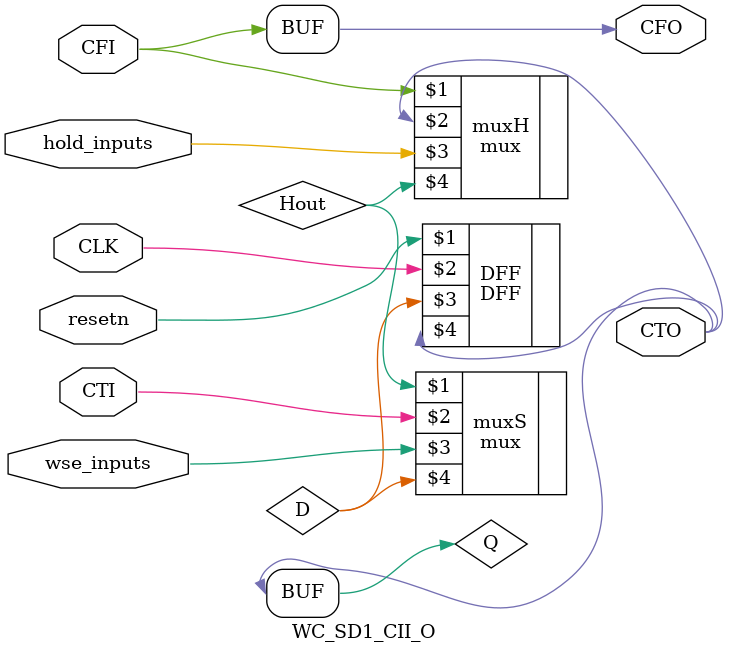
<source format=v>
module WC_SD1_CII_O (resetn,CLK,CFI,CTI,wse_inputs,hold_inputs,CFO,CTO);
//module WC_SD1_CII_O (resetn,CLK,CFI,CTI,ScanEnable,HoldEnable,CFO,CTO);
//input CLK,CFI,CTI,ScanEnable,HoldEnable,resetn;
input CLK,CFI,CTI,wse_inputs,hold_inputs,resetn;
output CFO,CTO;
wire Q;
wire D;
wire Hout;
wire CTO;

//mux muxS  (Hout,CTI,ScanEnable,D);
//mux muxH (CFI,CTO,HoldEnable,Hout);
mux muxS  (Hout,CTI,wse_inputs,D);
mux muxH (CFI,CTO,hold_inputs,Hout);

DFF DFF(resetn,CLK,D,Q);
assign CFO=CFI;//这一步决定RESET是异步信号
assign CTO=Q;
endmodule


</source>
